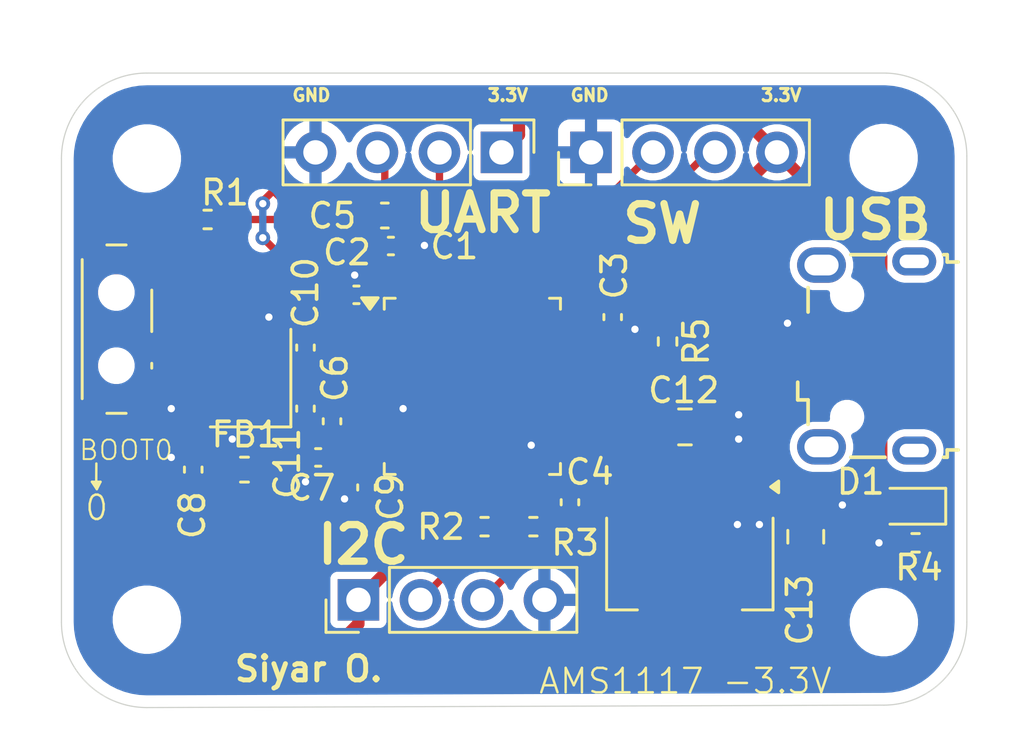
<source format=kicad_pcb>
(kicad_pcb (version 20240108) (generator "pcbnew") (generator_version "8.0")
  (title_block (title "STM32_Blue_pill_USB") (date "2025-02-14") (rev "0.2") (company "Author: Siyar"))
  (layers (0 "F.Cu" signal) (31 "B.Cu" power) (34 "B.Paste" user) (35 "F.Paste" user) (36 "B.SilkS" user "B.Silkscreen") (37 "F.SilkS" user "F.Silkscreen") (38 "B.Mask" user) (39 "F.Mask" user) (44 "Edge.Cuts" user))
  (net 0 "")
  (net 1 "/BOOT0")
  (net 2 "Net-(SW1-B)")
  (net 3 "GND")
  (net 4 "3.3V")
  (net 8 "/SWDIO")
  (net 12 "/HSE_OUT")
  (net 13 "/UART_RX")
  (net 14 "/HSE_IN")
  (net 15 "/USB_D-")
  (net 16 "/UART_TX")
  (net 17 "/SWCLK")
  (net 26 "/I2C_SCL")
  (net 34 "/I2C_SDA")
  (net 37 "/USB_D+")
  (net 42 "/NRST")
  (net 43 "VBUS")
  (net 44 "Net-(D1-K)")
  (net 50 "3.3VA")
  (footprint "Capacitor_SMD:C_0402_1005Metric" (layer "F.Cu") (at 161.52 85.75 180)
    (property "Reference" "C7" (at 0.27 -1.25 0) (layer "F.SilkS"))
    (property "Value" "1u")
    (fp_line (start -0.107836 0.36) (end 0.107836 0.36) (stroke (width 0.12)) (layer "F.SilkS"))
    (fp_line (start -0.107836 -0.36) (end 0.107836 -0.36) (stroke (width 0.12)) (layer "F.SilkS"))
    (pad "1" smd roundrect (at -0.48 0 180) (size 0.56 0.62) (layers "F.Cu" "F.Paste" "F.Mask") (net 4 "3.3V"))
    (pad "2" smd roundrect (at 0.48 0 180) (size 0.56 0.62) (layers "F.Cu" "F.Paste" "F.Mask") (net 3 "GND"))
  )
  (footprint "Package_TO_SOT_SMD:SOT-223-3_TabPin2" (layer "F.Cu") (at 176.75 90.0875 -90)
    (property "Reference" "U2")
    (property "Value" "AMS1117-3.3")
    (fp_line (start -1.85 3.41) (end 1.91 3.41) (stroke (width 0.12)) (layer "F.SilkS"))
    (fp_line (start 1.91 3.41) (end 1.91 2.15) (stroke (width 0.12)) (layer "F.SilkS"))
    (fp_line (start -1.85 -3.41) (end 1.91 -3.41) (stroke (width 0.12)) (layer "F.SilkS"))
    (fp_line (start 1.91 -3.41) (end 1.91 -2.15) (stroke (width 0.12)) (layer "F.SilkS"))
    (fp_poly (pts (xy -3.13 -3.31) (xy -3.37 -3.64) (xy -2.89 -3.64) (xy -3.13 -3.31)) (stroke (width 0.12)) (fill solid) (layer "F.SilkS"))
    (pad "1" smd roundrect (at -3.15 -2.3 270) (size 2 1.5) (layers "F.Cu" "F.Paste" "F.Mask") (net 3 "GND"))
    (pad "2" smd roundrect (at -3.15 0 270) (size 2 1.5) (layers "F.Cu" "F.Paste" "F.Mask") (net 4 "3.3V"))
    (pad "2" smd roundrect (at 3.15 0 270) (size 2 3.8) (layers "F.Cu" "F.Paste" "F.Mask") (net 4 "3.3V"))
    (pad "3" smd roundrect (at -3.15 2.3 270) (size 2 1.5) (layers "F.Cu" "F.Paste" "F.Mask") (net 43 "VBUS"))
  )
  (footprint "Crystal:Crystal_SMD_Abracon_ABM8G-4Pin_3.2x2.5mm" (layer "F.Cu") (at 158.75 82.5 90)
    (property "Reference" "Y2")
    (property "Value" "16MHz")
    (fp_line (start -2 -1.65) (end -2 1.65) (stroke (width 0.12)) (layer "F.SilkS"))
    (fp_line (start -2 1.65) (end 2 1.65) (stroke (width 0.12)) (layer "F.SilkS"))
    (pad "1" smd rect (at -1.1 0.85 90) (size 1.4 1.2) (layers "F.Cu" "F.Paste" "F.Mask") (net 12 "/HSE_OUT"))
    (pad "2" smd rect (at 1.1 0.85 90) (size 1.4 1.2) (layers "F.Cu" "F.Paste" "F.Mask") (net 3 "GND"))
    (pad "3" smd rect (at 1.1 -0.85 90) (size 1.4 1.2) (layers "F.Cu" "F.Paste" "F.Mask") (net 14 "/HSE_IN"))
    (pad "4" smd rect (at -1.1 -0.85 90) (size 1.4 1.2) (layers "F.Cu" "F.Paste" "F.Mask") (net 3 "GND"))
  )
  (footprint "MountingHole:MountingHole_2.2mm_M2" (layer "F.Cu") (at 154.5 92.4)
    (property "Reference" "H1")
    (property "Value" "MountingHole")
    (pad "" np_thru_hole circle (at 0 0) (size 2.2 2.2) (drill 2.2) (layers "*.Cu" "*.Mask"))
  )
  (footprint "Resistor_SMD:R_0402_1005Metric" (layer "F.Cu") (at 175.8375 81 -90)
    (property "Reference" "R5" (at 0 -1.17 90) (layer "F.SilkS"))
    (property "Value" "1k5")
    (fp_line (start -0.153641 0.38) (end 0.153641 0.38) (stroke (width 0.12)) (layer "F.SilkS"))
    (fp_line (start -0.153641 -0.38) (end 0.153641 -0.38) (stroke (width 0.12)) (layer "F.SilkS"))
    (pad "1" smd roundrect (at -0.51 0 270) (size 0.54 0.64) (layers "F.Cu" "F.Paste" "F.Mask") (net 4 "3.3V"))
    (pad "2" smd roundrect (at 0.51 0 270) (size 0.54 0.64) (layers "F.Cu" "F.Paste" "F.Mask") (net 37 "/USB_D+"))
  )
  (footprint "Capacitor_SMD:C_0805_2012Metric" (layer "F.Cu") (at 181.5 89 90)
    (property "Reference" "C13" (at -3 -0.25 90) (layer "F.SilkS"))
    (property "Value" "22u")
    (fp_line (start -0.261252 -0.735) (end 0.261252 -0.735) (stroke (width 0.12)) (layer "F.SilkS"))
    (fp_line (start -0.261252 0.735) (end 0.261252 0.735) (stroke (width 0.12)) (layer "F.SilkS"))
    (pad "1" smd roundrect (at -0.95 0 90) (size 1 1.45) (layers "F.Cu" "F.Paste" "F.Mask") (net 4 "3.3V"))
    (pad "2" smd roundrect (at 0.95 0 90) (size 1 1.45) (layers "F.Cu" "F.Paste" "F.Mask") (net 3 "GND"))
  )
  (footprint "Capacitor_SMD:C_0603_1608Metric" (layer "F.Cu") (at 164.25 75.8375)
    (property "Reference" "C5" (at -2.15 0.0125 0) (layer "F.SilkS"))
    (property "Value" "10u")
    (fp_line (start -0.14058 -0.51) (end 0.14058 -0.51) (stroke (width 0.12)) (layer "F.SilkS"))
    (fp_line (start -0.14058 0.51) (end 0.14058 0.51) (stroke (width 0.12)) (layer "F.SilkS"))
    (pad "1" smd roundrect (at -0.775 0) (size 0.9 0.95) (layers "F.Cu" "F.Paste" "F.Mask") (net 4 "3.3V"))
    (pad "2" smd roundrect (at 0.775 0) (size 0.9 0.95) (layers "F.Cu" "F.Paste" "F.Mask") (net 3 "GND"))
  )
  (footprint "Capacitor_SMD:C_0402_1005Metric" (layer "F.Cu") (at 156.4 86.25 90)
    (property "Reference" "C8" (at -1.8675 -0.0375 90) (layer "F.SilkS"))
    (property "Value" "1u")
    (fp_line (start -0.107836 -0.36) (end 0.107836 -0.36) (stroke (width 0.12)) (layer "F.SilkS"))
    (fp_line (start -0.107836 0.36) (end 0.107836 0.36) (stroke (width 0.12)) (layer "F.SilkS"))
    (pad "1" smd roundrect (at -0.48 0 90) (size 0.56 0.62) (layers "F.Cu" "F.Paste" "F.Mask") (net 50 "3.3VA"))
    (pad "2" smd roundrect (at 0.48 0 90) (size 0.56 0.62) (layers "F.Cu" "F.Paste" "F.Mask") (net 3 "GND"))
  )
  (footprint "Capacitor_SMD:C_0402_1005Metric" (layer "F.Cu") (at 162.0875 84.27 90)
    (property "Reference" "C6" (at 1.77 0.1125 90) (layer "F.SilkS"))
    (property "Value" "10n")
    (fp_line (start -0.107836 -0.36) (end 0.107836 -0.36) (stroke (width 0.12)) (layer "F.SilkS"))
    (fp_line (start -0.107836 0.36) (end 0.107836 0.36) (stroke (width 0.12)) (layer "F.SilkS"))
    (pad "1" smd roundrect (at -0.48 0 90) (size 0.56 0.62) (layers "F.Cu" "F.Paste" "F.Mask") (net 4 "3.3V"))
    (pad "2" smd roundrect (at 0.48 0 90) (size 0.56 0.62) (layers "F.Cu" "F.Paste" "F.Mask") (net 3 "GND"))
  )
  (footprint "Resistor_SMD:R_0402_1005Metric" (layer "F.Cu") (at 170.3375 88.5875 180)
    (property "Reference" "R3" (at -1.7125 -0.6625 0) (layer "F.SilkS"))
    (property "Value" "1k5")
    (fp_line (start -0.153641 0.38) (end 0.153641 0.38) (stroke (width 0.12)) (layer "F.SilkS"))
    (fp_line (start -0.153641 -0.38) (end 0.153641 -0.38) (stroke (width 0.12)) (layer "F.SilkS"))
    (pad "1" smd roundrect (at -0.51 0 180) (size 0.54 0.64) (layers "F.Cu" "F.Paste" "F.Mask") (net 4 "3.3V"))
    (pad "2" smd roundrect (at 0.51 0 180) (size 0.54 0.64) (layers "F.Cu" "F.Paste" "F.Mask") (net 34 "/I2C_SDA"))
  )
  (footprint "Capacitor_SMD:C_0402_1005Metric" (layer "F.Cu") (at 164.5 77.0875)
    (property "Reference" "C1" (at 2.6 0.0125 0) (layer "F.SilkS"))
    (property "Value" "100n")
    (fp_line (start -0.107836 -0.36) (end 0.107836 -0.36) (stroke (width 0.12)) (layer "F.SilkS"))
    (fp_line (start -0.107836 0.36) (end 0.107836 0.36) (stroke (width 0.12)) (layer "F.SilkS"))
    (pad "1" smd roundrect (at -0.48 0) (size 0.56 0.62) (layers "F.Cu" "F.Paste" "F.Mask") (net 4 "3.3V"))
    (pad "2" smd roundrect (at 0.48 0) (size 0.56 0.62) (layers "F.Cu" "F.Paste" "F.Mask") (net 3 "GND"))
  )
  (footprint "Inductor_SMD:L_0603_1608Metric" (layer "F.Cu") (at 158.5 86.25 180)
    (property "Reference" "FB1" (at -0.0575 1.4375 360) (layer "F.SilkS"))
    (property "Value" "220R")
    (fp_line (start -0.162779 0.51) (end 0.162779 0.51) (stroke (width 0.12)) (layer "F.SilkS"))
    (fp_line (start -0.162779 -0.51) (end 0.162779 -0.51) (stroke (width 0.12)) (layer "F.SilkS"))
    (pad "1" smd roundrect (at -0.7875 0 180) (size 0.875 0.95) (layers "F.Cu" "F.Paste" "F.Mask") (net 4 "3.3V"))
    (pad "2" smd roundrect (at 0.7875 0 180) (size 0.875 0.95) (layers "F.Cu" "F.Paste" "F.Mask") (net 50 "3.3VA"))
  )
  (footprint "Package_QFP:LQFP-48_7x7mm_P0.5mm" (layer "F.Cu") (at 167.8375 82.8375)
    (property "Reference" "U1")
    (property "Value" "STM32F103C8Tx")
    (fp_line (start -3.61 -3.61) (end -3.61 -3.16) (stroke (width 0.12)) (layer "F.SilkS"))
    (fp_line (start -3.61 3.61) (end -3.61 3.16) (stroke (width 0.12)) (layer "F.SilkS"))
    (fp_line (start -3.16 -3.61) (end -3.61 -3.61) (stroke (width 0.12)) (layer "F.SilkS"))
    (fp_line (start -3.16 3.61) (end -3.61 3.61) (stroke (width 0.12)) (layer "F.SilkS"))
    (fp_line (start 3.16 -3.61) (end 3.61 -3.61) (stroke (width 0.12)) (layer "F.SilkS"))
    (fp_line (start 3.16 3.61) (end 3.61 3.61) (stroke (width 0.12)) (layer "F.SilkS"))
    (fp_line (start 3.61 -3.61) (end 3.61 -3.16) (stroke (width 0.12)) (layer "F.SilkS"))
    (fp_line (start 3.61 3.61) (end 3.61 3.16) (stroke (width 0.12)) (layer "F.SilkS"))
    (fp_poly (pts (xy -4.2 -3.16) (xy -4.54 -3.63) (xy -3.86 -3.63) (xy -4.2 -3.16)) (stroke (width 0.12)) (fill solid) (layer "F.SilkS"))
    (pad "1" smd roundrect (at -4.1625 -2.75) (size 1.475 0.3) (layers "F.Cu" "F.Paste" "F.Mask") (net 4 "3.3V"))
    (pad "2" smd roundrect (at -4.1625 -2.25) (size 1.475 0.3) (layers "F.Cu" "F.Paste" "F.Mask"))
    (pad "3" smd roundrect (at -4.1625 -1.75) (size 1.475 0.3) (layers "F.Cu" "F.Paste" "F.Mask"))
    (pad "4" smd roundrect (at -4.1625 -1.25) (size 1.475 0.3) (layers "F.Cu" "F.Paste" "F.Mask"))
    (pad "5" smd roundrect (at -4.1625 -0.75) (size 1.475 0.3) (layers "F.Cu" "F.Paste" "F.Mask") (net 14 "/HSE_IN"))
    (pad "6" smd roundrect (at -4.1625 -0.25) (size 1.475 0.3) (layers "F.Cu" "F.Paste" "F.Mask") (net 12 "/HSE_OUT"))
    (pad "7" smd roundrect (at -4.1625 0.25) (size 1.475 0.3) (layers "F.Cu" "F.Paste" "F.Mask") (net 42 "/NRST"))
    (pad "8" smd roundrect (at -4.1625 0.75) (size 1.475 0.3) (layers "F.Cu" "F.Paste" "F.Mask") (net 3 "GND"))
    (pad "9" smd roundrect (at -4.1625 1.25) (size 1.475 0.3) (layers "F.Cu" "F.Paste" "F.Mask") (net 4 "3.3V"))
    (pad "10" smd roundrect (at -4.1625 1.75) (size 1.475 0.3) (layers "F.Cu" "F.Paste" "F.Mask"))
    (pad "11" smd roundrect (at -4.1625 2.25) (size 1.475 0.3) (layers "F.Cu" "F.Paste" "F.Mask"))
    (pad "12" smd roundrect (at -4.1625 2.75) (size 1.475 0.3) (layers "F.Cu" "F.Paste" "F.Mask"))
    (pad "13" smd roundrect (at -2.75 4.1625) (size 0.3 1.475) (layers "F.Cu" "F.Paste" "F.Mask"))
    (pad "14" smd roundrect (at -2.25 4.1625) (size 0.3 1.475) (layers "F.Cu" "F.Paste" "F.Mask"))
    (pad "15" smd roundrect (at -1.75 4.1625) (size 0.3 1.475) (layers "F.Cu" "F.Paste" "F.Mask"))
    (pad "16" smd roundrect (at -1.25 4.1625) (size 0.3 1.475) (layers "F.Cu" "F.Paste" "F.Mask"))
    (pad "17" smd roundrect (at -0.75 4.1625) (size 0.3 1.475) (layers "F.Cu" "F.Paste" "F.Mask"))
    (pad "18" smd roundrect (at -0.25 4.1625) (size 0.3 1.475) (layers "F.Cu" "F.Paste" "F.Mask"))
    (pad "19" smd roundrect (at 0.25 4.1625) (size 0.3 1.475) (layers "F.Cu" "F.Paste" "F.Mask"))
    (pad "20" smd roundrect (at 0.75 4.1625) (size 0.3 1.475) (layers "F.Cu" "F.Paste" "F.Mask"))
    (pad "21" smd roundrect (at 1.25 4.1625) (size 0.3 1.475) (layers "F.Cu" "F.Paste" "F.Mask") (net 26 "/I2C_SCL"))
    (pad "22" smd roundrect (at 1.75 4.1625) (size 0.3 1.475) (layers "F.Cu" "F.Paste" "F.Mask") (net 34 "/I2C_SDA"))
    (pad "23" smd roundrect (at 2.25 4.1625) (size 0.3 1.475) (layers "F.Cu" "F.Paste" "F.Mask") (net 3 "GND"))
    (pad "24" smd roundrect (at 2.75 4.1625) (size 0.3 1.475) (layers "F.Cu" "F.Paste" "F.Mask") (net 4 "3.3V"))
    (pad "25" smd roundrect (at 4.1625 2.75) (size 1.475 0.3) (layers "F.Cu" "F.Paste" "F.Mask"))
    (pad "26" smd roundrect (at 4.1625 2.25) (size 1.475 0.3) (layers "F.Cu" "F.Paste" "F.Mask"))
    (pad "27" smd roundrect (at 4.1625 1.75) (size 1.475 0.3) (layers "F.Cu" "F.Paste" "F.Mask"))
    (pad "28" smd roundrect (at 4.1625 1.25) (size 1.475 0.3) (layers "F.Cu" "F.Paste" "F.Mask"))
    (pad "29" smd roundrect (at 4.1625 0.75) (size 1.475 0.3) (layers "F.Cu" "F.Paste" "F.Mask"))
    (pad "30" smd roundrect (at 4.1625 0.25) (size 1.475 0.3) (layers "F.Cu" "F.Paste" "F.Mask"))
    (pad "31" smd roundrect (at 4.1625 -0.25) (size 1.475 0.3) (layers "F.Cu" "F.Paste" "F.Mask"))
    (pad "32" smd roundrect (at 4.1625 -0.75) (size 1.475 0.3) (layers "F.Cu" "F.Paste" "F.Mask") (net 15 "/USB_D-"))
    (pad "33" smd roundrect (at 4.1625 -1.25) (size 1.475 0.3) (layers "F.Cu" "F.Paste" "F.Mask") (net 37 "/USB_D+"))
    (pad "34" smd roundrect (at 4.1625 -1.75) (size 1.475 0.3) (layers "F.Cu" "F.Paste" "F.Mask") (net 8 "/SWDIO"))
    (pad "35" smd roundrect (at 4.1625 -2.25) (size 1.475 0.3) (layers "F.Cu" "F.Paste" "F.Mask") (net 3 "GND"))
    (pad "36" smd roundrect (at 4.1625 -2.75) (size 1.475 0.3) (layers "F.Cu" "F.Paste" "F.Mask") (net 4 "3.3V"))
    (pad "37" smd roundrect (at 2.75 -4.1625) (size 0.3 1.475) (layers "F.Cu" "F.Paste" "F.Mask") (net 17 "/SWCLK"))
    (pad "38" smd roundrect (at 2.25 -4.1625) (size 0.3 1.475) (layers "F.Cu" "F.Paste" "F.Mask"))
    (pad "39" smd roundrect (at 1.75 -4.1625) (size 0.3 1.475) (layers "F.Cu" "F.Paste" "F.Mask"))
    (pad "40" smd roundrect (at 1.25 -4.1625) (size 0.3 1.475) (layers "F.Cu" "F.Paste" "F.Mask"))
    (pad "41" smd roundrect (at 0.75 -4.1625) (size 0.3 1.475) (layers "F.Cu" "F.Paste" "F.Mask"))
    (pad "42" smd roundrect (at 0.25 -4.1625) (size 0.3 1.475) (layers "F.Cu" "F.Paste" "F.Mask") (net 16 "/UART_TX"))
    (pad "43" smd roundrect (at -0.25 -4.1625) (size 0.3 1.475) (layers "F.Cu" "F.Paste" "F.Mask") (net 13 "/UART_RX"))
    (pad "44" smd roundrect (at -0.75 -4.1625) (size 0.3 1.475) (layers "F.Cu" "F.Paste" "F.Mask") (net 1 "/BOOT0"))
    (pad "45" smd roundrect (at -1.25 -4.1625) (size 0.3 1.475) (layers "F.Cu" "F.Paste" "F.Mask"))
    (pad "46" smd roundrect (at -1.75 -4.1625) (size 0.3 1.475) (layers "F.Cu" "F.Paste" "F.Mask"))
    (pad "47" smd roundrect (at -2.25 -4.1625) (size 0.3 1.475) (layers "F.Cu" "F.Paste" "F.Mask") (net 3 "GND"))
    (pad "48" smd roundrect (at -2.75 -4.1625) (size 0.3 1.475) (layers "F.Cu" "F.Paste" "F.Mask") (net 4 "3.3V"))
  )
  (footprint "Capacitor_SMD:C_0402_1005Metric" (layer "F.Cu") (at 161 83.75 90)
    (property "Reference" "C11" (at -2.25 -0.75 90) (layer "F.SilkS"))
    (property "Value" "10p")
    (fp_line (start -0.107836 -0.36) (end 0.107836 -0.36) (stroke (width 0.12)) (layer "F.SilkS"))
    (fp_line (start -0.107836 0.36) (end 0.107836 0.36) (stroke (width 0.12)) (layer "F.SilkS"))
    (pad "1" smd roundrect (at -0.48 0 90) (size 0.56 0.62) (layers "F.Cu" "F.Paste" "F.Mask") (net 3 "GND"))
    (pad "2" smd roundrect (at 0.48 0 90) (size 0.56 0.62) (layers "F.Cu" "F.Paste" "F.Mask") (net 12 "/HSE_OUT"))
  )
  (footprint "Capacitor_SMD:C_0402_1005Metric" (layer "F.Cu") (at 173.5875 80 -90)
    (property "Reference" "C3" (at -1.7 -0.0625 90) (layer "F.SilkS"))
    (property "Value" "100n")
    (fp_line (start -0.107836 0.36) (end 0.107836 0.36) (stroke (width 0.12)) (layer "F.SilkS"))
    (fp_line (start -0.107836 -0.36) (end 0.107836 -0.36) (stroke (width 0.12)) (layer "F.SilkS"))
    (pad "1" smd roundrect (at -0.48 0 270) (size 0.56 0.62) (layers "F.Cu" "F.Paste" "F.Mask") (net 4 "3.3V"))
    (pad "2" smd roundrect (at 0.48 0 270) (size 0.56 0.62) (layers "F.Cu" "F.Paste" "F.Mask") (net 3 "GND"))
  )
  (footprint "Resistor_SMD:R_0402_1005Metric" (layer "F.Cu") (at 168.3375 88.5875)
    (property "Reference" "R2" (at -1.7875 0.0125 0) (layer "F.SilkS"))
    (property "Value" "1k5")
    (fp_line (start -0.153641 -0.38) (end 0.153641 -0.38) (stroke (width 0.12)) (layer "F.SilkS"))
    (fp_line (start -0.153641 0.38) (end 0.153641 0.38) (stroke (width 0.12)) (layer "F.SilkS"))
    (pad "1" smd roundrect (at -0.51 0) (size 0.54 0.64) (layers "F.Cu" "F.Paste" "F.Mask") (net 4 "3.3V"))
    (pad "2" smd roundrect (at 0.51 0) (size 0.54 0.64) (layers "F.Cu" "F.Paste" "F.Mask") (net 26 "/I2C_SCL"))
  )
  (footprint "MountingHole:MountingHole_2.2mm_M2" (layer "F.Cu") (at 154.5 73.5)
    (property "Reference" "H2")
    (property "Value" "MountingHole")
    (pad "" np_thru_hole circle (at 0 0) (size 2.2 2.2) (drill 2.2) (layers "*.Cu" "*.Mask"))
  )
  (footprint "Connector_PinHeader_2.54mm:PinHeader_1x04_P2.54mm_Vertical" (layer "F.Cu") (at 163.17 91.5875 90)
    (property "Reference" "J1")
    (property "Value" "Conn_01x04_Pin")
    (fp_line (start -1.33 -1.33) (end 0 -1.33) (stroke (width 0.12)) (layer "F.SilkS"))
    (fp_line (start -1.33 0) (end -1.33 -1.33) (stroke (width 0.12)) (layer "F.SilkS"))
    (fp_line (start 1.33 1.27) (end 1.33 8.95) (stroke (width 0.12)) (layer "F.SilkS"))
    (fp_line (start -1.33 1.27) (end 1.33 1.27) (stroke (width 0.12)) (layer "F.SilkS"))
    (fp_line (start -1.33 1.27) (end -1.33 8.95) (stroke (width 0.12)) (layer "F.SilkS"))
    (fp_line (start -1.33 8.95) (end 1.33 8.95) (stroke (width 0.12)) (layer "F.SilkS"))
    (pad "1" thru_hole rect (at 0 0 90) (size 1.7 1.7) (drill 1) (layers "*.Cu" "*.Mask") (net 4 "3.3V"))
    (pad "2" thru_hole oval (at 0 2.54 90) (size 1.7 1.7) (drill 1) (layers "*.Cu" "*.Mask") (net 26 "/I2C_SCL"))
    (pad "3" thru_hole oval (at 0 5.08 90) (size 1.7 1.7) (drill 1) (layers "*.Cu" "*.Mask") (net 34 "/I2C_SDA"))
    (pad "4" thru_hole oval (at 0 7.62 90) (size 1.7 1.7) (drill 1) (layers "*.Cu" "*.Mask") (net 3 "GND"))
  )
  (footprint "Capacitor_SMD:C_0402_1005Metric" (layer "F.Cu") (at 171.8375 87.5875 90)
    (property "Reference" "C4" (at 1.2375 0.8125 180) (layer "F.SilkS"))
    (property "Value" "100n")
    (fp_line (start -0.107836 -0.36) (end 0.107836 -0.36) (stroke (width 0.12)) (layer "F.SilkS"))
    (fp_line (start -0.107836 0.36) (end 0.107836 0.36) (stroke (width 0.12)) (layer "F.SilkS"))
    (pad "1" smd roundrect (at -0.48 0 90) (size 0.56 0.62) (layers "F.Cu" "F.Paste" "F.Mask") (net 4 "3.3V"))
    (pad "2" smd roundrect (at 0.48 0 90) (size 0.56 0.62) (layers "F.Cu" "F.Paste" "F.Mask") (net 3 "GND"))
  )
  (footprint "MountingHole:MountingHole_2.2mm_M2" (layer "F.Cu") (at 184.69 73.48)
    (property "Reference" "H3")
    (property "Value" "MountingHole")
    (pad "" np_thru_hole circle (at 0 0) (size 2.2 2.2) (drill 2.2) (layers "*.Cu" "*.Mask"))
  )
  (footprint "Resistor_SMD:R_0402_1005Metric" (layer "F.Cu") (at 156.99 76)
    (property "Reference" "R1" (at 0.71 -1.1 0) (layer "F.SilkS"))
    (property "Value" "10k")
    (fp_line (start -0.153641 -0.38) (end 0.153641 -0.38) (stroke (width 0.12)) (layer "F.SilkS"))
    (fp_line (start -0.153641 0.38) (end 0.153641 0.38) (stroke (width 0.12)) (layer "F.SilkS"))
    (pad "1" smd roundrect (at -0.51 0) (size 0.54 0.64) (layers "F.Cu" "F.Paste" "F.Mask") (net 2 "Net-(SW1-B)"))
    (pad "2" smd roundrect (at 0.51 0) (size 0.54 0.64) (layers "F.Cu" "F.Paste" "F.Mask") (net 1 "/BOOT0"))
  )
  (footprint "Capacitor_SMD:C_0805_2012Metric" (layer "F.Cu") (at 176.55 84.5)
    (property "Reference" "C12" (at -0.05 -1.5 0) (layer "F.SilkS"))
    (property "Value" "22u")
    (fp_line (start -0.261252 -0.735) (end 0.261252 -0.735) (stroke (width 0.12)) (layer "F.SilkS"))
    (fp_line (start -0.261252 0.735) (end 0.261252 0.735) (stroke (width 0.12)) (layer "F.SilkS"))
    (pad "1" smd roundrect (at -0.95 0) (size 1 1.45) (layers "F.Cu" "F.Paste" "F.Mask") (net 43 "VBUS"))
    (pad "2" smd roundrect (at 0.95 0) (size 1 1.45) (layers "F.Cu" "F.Paste" "F.Mask") (net 3 "GND"))
  )
  (footprint "LED_SMD:LED_0603_1608Metric" (layer "F.Cu") (at 185.75 87.75 180)
    (property "Reference" "D1" (at 2 1 0) (layer "F.SilkS"))
    (property "Value" "RED")
    (fp_line (start 0.8 -0.735) (end -1.485 -0.735) (stroke (width 0.12)) (layer "F.SilkS"))
    (fp_line (start -1.485 0.735) (end 0.8 0.735) (stroke (width 0.12)) (layer "F.SilkS"))
    (fp_line (start -1.485 -0.735) (end -1.485 0.735) (stroke (width 0.12)) (layer "F.SilkS"))
    (pad "1" smd roundrect (at -0.7875 0 180) (size 0.875 0.95) (layers "F.Cu" "F.Paste" "F.Mask") (net 44 "Net-(D1-K)"))
    (pad "2" smd roundrect (at 0.7875 0 180) (size 0.875 0.95) (layers "F.Cu" "F.Paste" "F.Mask") (net 4 "3.3V"))
  )
  (footprint "Capacitor_SMD:C_0402_1005Metric" (layer "F.Cu") (at 163.0875 79.0875)
    (property "Reference" "C2" (at -0.3875 -1.7375 0) (layer "F.SilkS"))
    (property "Value" "100n")
    (fp_line (start -0.107836 -0.36) (end 0.107836 -0.36) (stroke (width 0.12)) (layer "F.SilkS"))
    (fp_line (start -0.107836 0.36) (end 0.107836 0.36) (stroke (width 0.12)) (layer "F.SilkS"))
    (pad "1" smd roundrect (at -0.48 0) (size 0.56 0.62) (layers "F.Cu" "F.Paste" "F.Mask") (net 4 "3.3V"))
    (pad "2" smd roundrect (at 0.48 0) (size 0.56 0.62) (layers "F.Cu" "F.Paste" "F.Mask") (net 3 "GND"))
  )
  (footprint "Button_Switch_SMD:SW_SPDT_PCM12" (layer "F.Cu") (at 153.58 80.4925 -90)
    (property "Reference" "SW1")
    (property "Value" "SW_SPDT")
    (fp_line (start -2.85 1.73) (end 2.85 1.73) (stroke (width 0.12)) (layer "F.SilkS"))
    (fp_line (start 3.45 0.72) (end 3.45 -0.07) (stroke (width 0.12)) (layer "F.SilkS"))
    (fp_line (start -3.45 -0.07) (end -3.45 0.72) (stroke (width 0.12)) (layer "F.SilkS"))
    (fp_line (start -1.6 -1.12) (end 0.1 -1.12) (stroke (width 0.12)) (layer "F.SilkS"))
    (fp_line (start 1.4 -1.12) (end 1.6 -1.12) (stroke (width 0.12)) (layer "F.SilkS"))
    (pad "" smd rect (at -3.65 -0.78 270) (size 1 0.8) (layers "F.Cu" "F.Paste" "F.Mask"))
    (pad "" smd rect (at -3.65 1.43 270) (size 1 0.8) (layers "F.Cu" "F.Paste" "F.Mask"))
    (pad "" np_thru_hole circle (at -1.5 0.33 270) (size 0.9 0.9) (drill 0.9) (layers "*.Cu" "*.Mask"))
    (pad "" np_thru_hole circle (at 1.5 0.33 270) (size 0.9 0.9) (drill 0.9) (layers "*.Cu" "*.Mask"))
    (pad "" smd rect (at 3.65 -0.78 270) (size 1 0.8) (layers "F.Cu" "F.Paste" "F.Mask"))
    (pad "" smd rect (at 3.65 1.43 270) (size 1 0.8) (layers "F.Cu" "F.Paste" "F.Mask"))
    (pad "1" smd rect (at -2.25 -1.43 270) (size 0.7 1.5) (layers "F.Cu" "F.Paste" "F.Mask") (net 4 "3.3V"))
    (pad "2" smd rect (at 0.75 -1.43 270) (size 0.7 1.5) (layers "F.Cu" "F.Paste" "F.Mask") (net 2 "Net-(SW1-B)"))
    (pad "3" smd rect (at 2.25 -1.43 270) (size 0.7 1.5) (layers "F.Cu" "F.Paste" "F.Mask") (net 3 "GND"))
  )
  (footprint "Connector_USB:USB_Micro-B_Wuerth_629105150521" (layer "F.Cu") (at 183.995 81.5925 90)
    (property "Reference" "J4")
    (property "Value" "USB_B_Micro")
    (fp_line (start -1.075 -2.825) (end -1.8 -2.825) (stroke (width 0.15)) (layer "F.SilkS"))
    (fp_line (start -1.8 -2.825) (end -1.8 -2.4) (stroke (width 0.15)) (layer "F.SilkS"))
    (fp_line (start 1.8 -2.4) (end 2.8 -2.4) (stroke (width 0.15)) (layer "F.SilkS"))
    (fp_line (start -1.8 -2.4) (end -2.8 -2.4) (stroke (width 0.15)) (layer "F.SilkS"))
    (fp_line (start -4.15 -0.65) (end -4.15 0.75) (stroke (width 0.15)) (layer "F.SilkS"))
    (fp_line (start 4.15 0.75) (end 4.15 -0.65) (stroke (width 0.15)) (layer "F.SilkS"))
    (fp_line (start -4.15 3.15) (end -4.15 3.3) (stroke (width 0.15)) (layer "F.SilkS"))
    (fp_line (start 4.15 3.3) (end 4.15 3.15) (stroke (width 0.15)) (layer "F.SilkS"))
    (fp_line (start 3.85 3.3) (end 4.15 3.3) (stroke (width 0.15)) (layer "F.SilkS"))
    (fp_line (start -3.85 3.3) (end -3.85 3.75) (stroke (width 0.15)) (layer "F.SilkS"))
    (fp_line (start -4.15 3.3) (end -3.85 3.3) (stroke (width 0.15)) (layer "F.SilkS"))
    (fp_line (start 3.85 3.75) (end 3.85 3.3) (stroke (width 0.15)) (layer "F.SilkS"))
    (pad "" np_thru_hole oval (at -2.5 -0.8 90) (size 0.8 0.8) (drill 0.8) (layers "*.Cu" "*.Mask"))
    (pad "" np_thru_hole oval (at 2.5 -0.8 90) (size 0.8 0.8) (drill 0.8) (layers "*.Cu" "*.Mask"))
    (pad "1" smd rect (at -1.3 -1.9 90) (size 0.45 1.3) (layers "F.Cu" "F.Paste" "F.Mask") (net 43 "VBUS"))
    (pad "2" smd rect (at -0.65 -1.9 90) (size 0.45 1.3) (layers "F.Cu" "F.Paste" "F.Mask") (net 15 "/USB_D-"))
    (pad "3" smd rect (at 0 -1.9 90) (size 0.45 1.3) (layers "F.Cu" "F.Paste" "F.Mask") (net 37 "/USB_D+"))
    (pad "4" smd rect (at 0.65 -1.9 90) (size 0.45 1.3) (layers "F.Cu" "F.Paste" "F.Mask"))
    (pad "5" smd rect (at 1.3 -1.9 90) (size 0.45 1.3) (layers "F.Cu" "F.Paste" "F.Mask") (net 3 "GND"))
    (pad "6" thru_hole oval (at -3.875 1.95 90) (size 1.15 1.8) (drill oval 0.55 1.2) (property pad_prop_heatsink) (layers "*.Cu" "*.Mask"))
    (pad "6" thru_hole oval (at -3.725 -1.85 90) (size 1.45 2) (drill oval 0.85 1.4) (property pad_prop_heatsink) (layers "*.Cu" "*.Mask"))
    (pad "6" thru_hole oval (at 3.725 -1.85 90) (size 1.45 2) (drill oval 0.85 1.4) (property pad_prop_heatsink) (layers "*.Cu" "*.Mask"))
    (pad "6" thru_hole oval (at 3.875 1.95 90) (size 1.15 1.8) (drill oval 0.55 1.2) (property pad_prop_heatsink) (layers "*.Cu" "*.Mask"))
  )
  (footprint "Capacitor_SMD:C_0402_1005Metric" (layer "F.Cu") (at 163.5 86.98 -90)
    (property "Reference" "C9" (at 0.39 -0.98 90) (layer "F.SilkS"))
    (property "Value" "100n")
    (fp_line (start -0.107836 0.36) (end 0.107836 0.36) (stroke (width 0.12)) (layer "F.SilkS"))
    (fp_line (start -0.107836 -0.36) (end 0.107836 -0.36) (stroke (width 0.12)) (layer "F.SilkS"))
    (pad "1" smd roundrect (at -0.48 0 270) (size 0.56 0.62) (layers "F.Cu" "F.Paste" "F.Mask") (net 42 "/NRST"))
    (pad "2" smd roundrect (at 0.48 0 270) (size 0.56 0.62) (layers "F.Cu" "F.Paste" "F.Mask") (net 3 "GND"))
  )
  (footprint "Connector_PinHeader_2.54mm:PinHeader_1x04_P2.54mm_Vertical" (layer "F.Cu") (at 169.03 73.25 -90)
    (property "Reference" "J2")
    (property "Value" "Conn_01x04_Pin")
    (fp_line (start -1.33 8.95) (end 1.33 8.95) (stroke (width 0.12)) (layer "F.SilkS"))
    (fp_line (start -1.33 1.27) (end -1.33 8.95) (stroke (width 0.12)) (layer "F.SilkS"))
    (fp_line (start -1.33 1.27) (end 1.33 1.27) (stroke (width 0.12)) (layer "F.SilkS"))
    (fp_line (start 1.33 1.27) (end 1.33 8.95) (stroke (width 0.12)) (layer "F.SilkS"))
    (fp_line (start -1.33 0) (end -1.33 -1.33) (stroke (width 0.12)) (layer "F.SilkS"))
    (fp_line (start -1.33 -1.33) (end 0 -1.33) (stroke (width 0.12)) (layer "F.SilkS"))
    (pad "1" thru_hole rect (at 0 0 270) (size 1.7 1.7) (drill 1) (layers "*.Cu" "*.Mask") (net 4 "3.3V"))
    (pad "2" thru_hole oval (at 0 2.54 270) (size 1.7 1.7) (drill 1) (layers "*.Cu" "*.Mask") (net 16 "/UART_TX"))
    (pad "3" thru_hole oval (at 0 5.08 270) (size 1.7 1.7) (drill 1) (layers "*.Cu" "*.Mask") (net 13 "/UART_RX"))
    (pad "4" thru_hole oval (at 0 7.62 270) (size 1.7 1.7) (drill 1) (layers "*.Cu" "*.Mask") (net 3 "GND"))
  )
  (footprint "Resistor_SMD:R_0402_1005Metric" (layer "F.Cu") (at 186 89.25 180)
    (property "Reference" "R4" (at -0.14 -1.02 0) (layer "F.SilkS"))
    (property "Value" "1k5")
    (fp_line (start -0.153641 0.38) (end 0.153641 0.38) (stroke (width 0.12)) (layer "F.SilkS"))
    (fp_line (start -0.153641 -0.38) (end 0.153641 -0.38) (stroke (width 0.12)) (layer "F.SilkS"))
    (pad "1" smd roundrect (at -0.51 0 180) (size 0.54 0.64) (layers "F.Cu" "F.Paste" "F.Mask") (net 44 "Net-(D1-K)"))
    (pad "2" smd roundrect (at 0.51 0 180) (size 0.54 0.64) (layers "F.Cu" "F.Paste" "F.Mask") (net 3 "GND"))
  )
  (footprint "Connector_PinHeader_2.54mm:PinHeader_1x04_P2.54mm_Vertical" (layer "F.Cu") (at 172.7 73.25 90)
    (property "Reference" "J3")
    (property "Value" "Conn_01x04_Pin")
    (fp_line (start -1.33 -1.33) (end 0 -1.33) (stroke (width 0.12)) (layer "F.SilkS"))
    (fp_line (start -1.33 0) (end -1.33 -1.33) (stroke (width 0.12)) (layer "F.SilkS"))
    (fp_line (start 1.33 1.27) (end 1.33 8.95) (stroke (width 0.12)) (layer "F.SilkS"))
    (fp_line (start -1.33 1.27) (end 1.33 1.27) (stroke (width 0.12)) (layer "F.SilkS"))
    (fp_line (start -1.33 1.27) (end -1.33 8.95) (stroke (width 0.12)) (layer "F.SilkS"))
    (fp_line (start -1.33 8.95) (end 1.33 8.95) (stroke (width 0.12)) (layer "F.SilkS"))
    (pad "1" thru_hole rect (at 0 0 90) (size 1.7 1.7) (drill 1) (layers "*.Cu" "*.Mask") (net 3 "GND"))
    (pad "2" thru_hole oval (at 0 2.54 90) (size 1.7 1.7) (drill 1) (layers "*.Cu" "*.Mask") (net 17 "/SWCLK"))
    (pad "3" thru_hole oval (at 0 5.08 90) (size 1.7 1.7) (drill 1) (layers "*.Cu" "*.Mask") (net 8 "/SWDIO"))
    (pad "4" thru_hole oval (at 0 7.62 90) (size 1.7 1.7) (drill 1) (layers "*.Cu" "*.Mask") (net 4 "3.3V"))
  )
  (footprint "Capacitor_SMD:C_0402_1005Metric" (layer "F.Cu") (at 161 81.25 -90)
    (property "Reference" "C10" (at -2.25 0 90) (layer "F.SilkS"))
    (property "Value" "10p")
    (fp_line (start -0.107836 0.36) (end 0.107836 0.36) (stroke (width 0.12)) (layer "F.SilkS"))
    (fp_line (start -0.107836 -0.36) (end 0.107836 -0.36) (stroke (width 0.12)) (layer "F.SilkS"))
    (pad "1" smd roundrect (at -0.48 0 270) (size 0.56 0.62) (layers "F.Cu" "F.Paste" "F.Mask") (net 3 "GND"))
    (pad "2" smd roundrect (at 0.48 0 270) (size 0.56 0.62) (layers "F.Cu" "F.Paste" "F.Mask") (net 14 "/HSE_IN"))
  )
  (footprint "MountingHole:MountingHole_2.2mm_M2" (layer "F.Cu") (at 184.7 92.5)
    (property "Reference" "H4")
    (property "Value" "MountingHole")
    (pad "" np_thru_hole circle (at 0 0) (size 2.2 2.2) (drill 2.2) (layers "*.Cu" "*.Mask"))
  )
  (gr_line (start 152.33 86.8) (end 152.42 86.94) (stroke (width 0.1)) (layer "F.SilkS"))
  (gr_line (start 152.43 86) (end 152.425 86.75) (stroke (width 0.1)) (layer "F.SilkS"))
  (gr_line (start 152.45 87.05) (end 152.6 86.75) (stroke (width 0.1)) (layer "F.SilkS"))
  (gr_line (start 152.42 86.94) (end 152.47 86.85) (stroke (width 0.1)) (layer "F.SilkS"))
  (gr_line (start 152.6 86.75) (end 152.25 86.75) (stroke (width 0.1)) (layer "F.SilkS"))
  (gr_line (start 152.25 86.75) (end 152.45 87.05) (stroke (width 0.1)) (layer "F.SilkS"))
  (gr_line (start 152.52 86.8) (end 152.33 86.8) (stroke (width 0.1)) (layer "F.SilkS"))
  (gr_line (start 188.1 73.4) (end 188.1 92.5) (stroke (width 0.05)) (layer "Edge.Cuts"))
  (gr_arc (start 154.5 96) (mid 152.025126 94.974874) (end 151 92.5) (stroke (width 0.05)) (layer "Edge.Cuts"))
  (gr_arc (start 184.799957 70.00147) (mid 187.139247 71.031441) (end 188.1 73.4) (stroke (width 0.05)) (layer "Edge.Cuts"))
  (gr_line (start 151 92.5) (end 151 73.5) (stroke (width 0.05)) (layer "Edge.Cuts"))
  (gr_arc (start 151 73.5) (mid 152.025126 71.025126) (end 154.5 70) (stroke (width 0.05)) (layer "Edge.Cuts"))
  (gr_arc (start 188.1 92.5) (mid 187.104163 94.904163) (end 184.7 95.9) (stroke (width 0.05)) (layer "Edge.Cuts"))
  (gr_line (start 184.7 95.9) (end 154.5 96) (stroke (width 0.05)) (layer "Edge.Cuts"))
  (gr_line (start 154.5 70) (end 184.8 70) (stroke (width 0.05)) (layer "Edge.Cuts"))
  (gr_text "I2C" (at 161.35 90.2 0) (layer "F.SilkS") (effects (font (size 1.5 1.5) (thickness 0.3) (bold yes)) (justify left bottom)))
  (gr_text "SW" (at 173.85 77.05 0) (layer "F.SilkS") (effects (font (size 1.5 1.5) (thickness 0.3) (bold yes)) (justify left bottom)))
  (gr_text "GND\n" (at 160.4 71.2 0) (layer "F.SilkS") (effects (font (size 0.5 0.5) (thickness 0.125) (bold yes)) (justify left bottom)))
  (gr_text "AMS1117 -3.3V" (at 170.5 95.5 0) (layer "F.SilkS") (effects (font (size 1 1) (thickness 0.1)) (justify left bottom)))
  (gr_text "3.3V\n" (at 168.4 71.2 0) (layer "F.SilkS") (effects (font (size 0.5 0.5) (thickness 0.125) (bold yes)) (justify left bottom)))
  (gr_text "BOOT0\n" (at 151.67 85.92 0) (layer "F.SilkS") (effects (font (size 0.8 0.8) (thickness 0.08)) (justify left bottom)))
  (gr_text "3.3V\n" (at 179.6 71.2 0) (layer "F.SilkS") (effects (font (size 0.5 0.5) (thickness 0.125) (bold yes)) (justify left bottom)))
  (gr_text "UART" (at 165.32 76.61 0) (layer "F.SilkS") (effects (font (size 1.5 1.5) (thickness 0.3) (bold yes)) (justify left bottom)))
  (gr_text "Siyar O.\n" (at 158 95 0) (layer "F.SilkS") (effects (font (size 1 1) (thickness 0.2) (bold yes)) (justify left bottom)))
  (gr_text "USB" (at 181.9 76.9 0) (layer "F.SilkS") (effects (font (size 1.5 1.5) (thickness 0.3) (bold yes)) (justify left bottom)))
  (gr_text "0" (at 151.9 88.4 0) (layer "F.SilkS") (effects (font (size 1 1) (thickness 0.1)) (justify left bottom)))
  (gr_text "GND\n" (at 171.8 71.2 0) (layer "F.SilkS") (effects (font (size 0.5 0.5) (thickness 0.125) (bold yes)) (justify left bottom)))
  (segment (start 161.75 76) (end 157.5 76) (width 0.3) (layer "F.Cu") (net 1))
  (segment (start 164.5875 78.8375) (end 161.75 76) (width 0.3) (layer "F.Cu") (net 1))
  (segment (start 167.0875 78.675) (end 167.0875 79.51562) (width 0.3) (layer "F.Cu") (net 1))
  (segment (start 166.84062 79.7625) (end 164.83438 79.7625) (width 0.3) (layer "F.Cu") (net 1))
  (segment (start 164.83438 79.7625) (end 164.5875 79.51562) (width 0.3) (layer "F.Cu") (net 1))
  (segment (start 164.5875 79.51562) (end 164.5875 78.8375) (width 0.3) (layer "F.Cu") (net 1))
  (segment (start 167.0875 79.51562) (end 166.84062 79.7625) (width 0.3) (layer "F.Cu") (net 1))
  (segment (start 156.11 76.64) (end 156.48 76.27) (width 0.3) (layer "F.Cu") (net 2))
  (segment (start 156.48 76.27) (end 156.48 76) (width 0.3) (layer "F.Cu") (net 2))
  (segment (start 155.01 81.2425) (end 156.11 80.1425) (width 0.3) (layer "F.Cu") (net 2))
  (segment (start 156.11 80.1425) (end 156.11 76.64) (width 0.3) (layer "F.Cu") (net 2))
  (segment (start 164.98 77.0875) (end 165.84945 77.0875) (width 0.3) (layer "F.Cu") (net 3))
  (segment (start 164.98 77.0875) (end 164.98 75.8825) (width 0.3) (layer "F.Cu") (net 3))
  (segment (start 182.095 80.2925) (end 180.7925 80.2925) (width 0.3) (layer "F.Cu") (net 3))
  (segment (start 156.4 85.77) (end 155.52 85.77) (width 0.5) (layer "F.Cu") (net 3))
  (segment (start 159.6 80.1) (end 159.5 80) (width 0.5) (layer "F.Cu") (net 3))
  (segment (start 170.922499 85.9125) (end 171.8375 86.827501) (width 0.3) (layer "F.Cu") (net 3))
  (segment (start 185.49 89.25) (end 184.5 89.25) (width 0.3) (layer "F.Cu") (net 3))
  (segment (start 157.9 84.9) (end 158 85) (width 0.5) (layer "F.Cu") (net 3))
  (segment (start 155.01 82.7425) (end 155.5 83.2325) (width 0.5) (layer "F.Cu") (net 3))
  (segment (start 155.52 85.77) (end 155.5 85.75) (width 0.5) (layer "F.Cu") (net 3))
  (segment (start 170.25 85.99688) (end 170.25 85.25) (width 0.3) (layer "F.Cu") (net 3))
  (segment (start 162.61 87.46) (end 162.6 87.45) (width 0.5) (layer "F.Cu") (net 3))
  (segment (start 161 80.77) (end 160.23 80.77) (width 0.5) (layer "F.Cu") (net 3))
  (segment (start 174.48 80.48) (end 174.5 80.5) (width 0.3) (layer "F.Cu") (net 3))
  (segment (start 170.33438 85.9125) (end 170.922499 85.9125) (width 0.3) (layer "F.Cu") (net 3))
  (segment (start 160.23 85) (end 158 85) (width 0.5) (layer "F.Cu") (net 3))
  (segment (start 172 80.5875) (end 173.48 80.5875) (width 0.3) (layer "F.Cu") (net 3))
  (segment (start 157.9 83.6) (end 157.9 84.9) (width 0.5) (layer "F.Cu") (net 3))
  (segment (start 161.04 86.71) (end 161 86.75) (width 0.5) (layer "F.Cu") (net 3))
  (segment (start 170.0875 86.15938) (end 170.25 85.99688) (width 0.3) (layer "F.Cu") (net 3))
  (segment (start 163.5 87.46) (end 162.61 87.46) (width 0.5) (layer "F.Cu") (net 3))
  (segment (start 165.84945 77.0875) (end 165.8739 77.06305) (width 0.3) (layer "F.Cu") (net 3))
  (segment (start 159.6 81.4) (end 159.6 80.1) (width 0.5) (layer "F.Cu") (net 3))
  (segment (start 163.675 83.5875) (end 164.8375 83.5875) (width 0.3) (layer "F.Cu") (net 3))
  (segment (start 173.5875 80.48) (end 174.48 80.48) (width 0.3) (layer "F.Cu") (net 3))
  (segment (start 163.5675 78.830626) (end 163.015627 78.278753) (width 0.5) (layer "F.Cu") (net 3))
  (segment (start 165.5875 77.695) (end 164.98 77.0875) (width 0.3) (layer "F.Cu") (net 3))
  (segment (start 164.98 75.8825) (end 165.025 75.8375) (width 0.3) (layer "F.Cu") (net 3))
  (segment (start 163.5675 79.0875) (end 163.5675 78.830626) (width 0.5) (layer "F.Cu") (net 3))
  (segment (start 163.675 83.5875) (end 162.29 83.5875) (width 0.3) (layer "F.Cu") (net 3))
  (segment (start 164.8375 83.5875) (end 165 83.75) (width 0.3) (layer "F.Cu") (net 3))
  (segment (start 161 84.23) (end 160.23 85) (width 0.5) (layer "F.Cu") (net 3))
  (segment (start 160.23 80.77) (end 159.6 81.4) (width 0.5) (layer "F.Cu") (net 3))
  (segment (start 171.8375 86.827501) (end 171.8375 87.1075) (width 0.3) (layer "F.Cu") (net 3))
  (segment (start 170.0875 87) (end 170.0875 86.15938) (width 0.3) (layer "F.Cu") (net 3))
  (segment (start 161.04 85.75) (end 161.04 86.71) (width 0.5) (layer "F.Cu") (net 3))
  (segment (start 165.5875 78.675) (end 165.5875 77.695) (width 0.3) (layer "F.Cu") (net 3))
  (segment (start 173.48 80.5875) (end 173.5875 80.48) (width 0.3) (layer "F.Cu") (net 3))
  (segment (start 155.5 83.2325) (end 155.5 83.75) (width 0.5) (layer "F.Cu") (net 3))
  (segment (start 170.0875 86.15938) (end 170.33438 85.9125) (width 0.3) (layer "F.Cu") (net 3))
  (segment (start 162.29 83.5875) (end 162.0875 83.79) (width 0.3) (layer "F.Cu") (net 3))
  (via (at 158 85) (size 0.6) (drill 0.3) (layers "F.Cu" "B.Cu") (net 3))
  (via (at 165 83.75) (size 0.7) (drill 0.3) (layers "F.Cu" "B.Cu") (net 3))
  (via (at 159.5 80) (size 0.6) (drill 0.3) (layers "F.Cu" "B.Cu") (net 3))
  (via (at 155.5 85.75) (size 0.6) (drill 0.3) (layers "F.Cu" "B.Cu") (net 3))
  (via (at 170.25 85.25) (size 0.7) (drill 0.3) (layers "F.Cu" "B.Cu") (net 3))
  (via (at 161 86.75) (size 0.6) (drill 0.3) (layers "F.Cu" "B.Cu") (net 3))
  (via (at 178.75 84) (size 0.7) (drill 0.3) (layers "F.Cu" "B.Cu") (net 3))
  (via (at 178.75 85) (size 0.7) (drill 0.3) (layers "F.Cu" "B.Cu") (net 3))
  (via (at 183 87.7) (size 0.7) (drill 0.3) (layers "F.Cu" "B.Cu") (net 3))
  (via (at 184.5 89.25) (size 0.7) (drill 0.3) (layers "F.Cu" "B.Cu") (net 3))
  (via (at 163.015627 78.278753) (size 0.7) (drill 0.3) (layers "F.Cu" "B.Cu") (net 3))
  (via (at 174.5 80.5) (size 0.7) (drill 0.3) (layers "F.Cu" "B.Cu") (net 3))
  (via (at 165.8739 77.06305) (size 0.7) (drill 0.3) (layers "F.Cu" "B.Cu") (net 3))
  (via (at 178.7 88.5) (size 0.7) (drill 0.3) (layers "F.Cu" "B.Cu") (net 3))
  (via (at 162.6 87.45) (size 0.7) (drill 0.3) (layers "F.Cu" "B.Cu") (net 3))
  (via (at 179.6 88.5) (size 0.7) (drill 0.3) (layers "F.Cu" "B.Cu") (net 3))
  (via (at 155.5 83.75) (size 0.7) (drill 0.3) (layers "F.Cu" "B.Cu") (net 3))
  (via (at 180.75 80.25) (size 0.7) (drill 0.3) (layers "F.Cu" "B.Cu") (net 3))
  (segment (start 162.17188 84.75) (end 162.83438 84.0875) (width 0.3) (layer "F.Cu") (net 4))
  (segment (start 159.75 74.75) (end 160.4 75.4) (width 0.5) (layer "F.Cu") (net 4))
  (segment (start 152.835786 77.9925) (end 154.76 77.9925) (width 0.5) (layer "F.Cu") (net 4))
  (segment (start 170.8475 88.375) (end 171.155 88.0675) (width 0.3) (layer "F.Cu") (net 4))
  (segment (start 162 84.8375) (end 162.0875 84.75) (width 0.3) (layer "F.Cu") (net 4))
  (segment (start 172.6625 80.0875) (end 173.23 79.52) (width 0.3) (layer "F.Cu") (net 4))
  (segment (start 180.32 73.25) (end 178.32 71.25) (width 0.5) (layer "F.Cu") (net 4))
  (segment (start 171.155 88.0675) (end 171.8375 88.0675) (width 0.3) (layer "F.Cu") (net 4))
  (segment (start 157.5 92) (end 154.875 89.375) (width 0.5) (layer "F.Cu") (net 4))
  (segment (start 159.2875 90.2125) (end 157.5 92) (width 0.5) (layer "F.Cu") (net 4))
  (segment (start 169.75 72.53) (end 169.03 73.25) (width 0.5) (layer "F.Cu") (net 4))
  (segment (start 184.595 77.525) (end 184.595 87.3825) (width 0.5) (layer "F.Cu") (net 4))
  (segment (start 159.75 71.5) (end 159.75 74.75) (width 0.5) (layer "F.Cu") (net 4))
  (segment (start 163.17 91.5875) (end 163.17 92.5675) (width 0.5) (layer "F.Cu") (net 4))
  (segment (start 162.5 93.2375) (end 161.655 93.2375) (width 0.5) (layer "F.Cu") (net 4))
  (segment (start 163.17 92.5675) (end 162.5 93.2375) (width 0.5) (layer "F.Cu") (net 4))
  (segment (start 163.0375 75.4) (end 163.475 75.8375) (width 0.5) (layer "F.Cu") (net 4))
  (segment (start 154.875 89.375) (end 153.25 87.75) (width 0.5) (layer "F.Cu") (net 4))
  (segment (start 160 71.25) (end 159.75 71.5) (width 0.5) (layer "F.Cu") (net 4))
  (segment (start 162.0875 84.75) (end 162.17188 84.75) (width 0.3) (layer "F.Cu") (net 4))
  (segment (start 170.8475 88.5875) (end 170.8475 88.375) (width 0.3) (layer "F.Cu") (net 4))
  (segment (start 153.25 87.75) (end 153.25 83) (width 0.5) (layer "F.Cu") (net 4))
  (segment (start 160.4 75.4) (end 163.0375 75.4) (width 0.5) (layer "F.Cu") (net 4))
  (segment (start 165.0875 78.675) (end 165.0875 78.0075) (width 0.3) (layer "F.Cu") (net 4))
  (segment (start 164.02 77.0875) (end 164.02 76.3825) (width 0.3) (layer "F.Cu") (net 4))
  (segment (start 166.17 88.5875) (end 167.8275 88.5875) (width 0.5) (layer "F.Cu") (net 4))
  (segment (start 172.75 88.98) (end 171.8375 88.0675) (width 0.5) (layer "F.Cu") (net 4))
  (segment (start 174.8675 79.52) (end 174.8675 78.7025) (width 0.5) (layer "F.Cu") (net 4))
  (segment (start 164.865654 77.98) (end 164.02 77.134346) (width 0.3) (layer "F.Cu") (net 4))
  (segment (start 161.655 93.2375) (end 161.6425 93.25) (width 0.5) (layer "F.Cu") (net 4))
  (segment (start 174.8675 78.7025) (end 180.32 73.25) (width 0.5) (layer "F.Cu") (net 4))
  (segment (start 162.937501 80.0875) (end 162.6075 79.757499) (width 0.3) (layer "F.Cu") (net 4))
  (segment (start 159.2875 89) (end 159.2875 90.2125) (width 0.5) (layer "F.Cu") (net 4))
  (segment (start 169.75 71.25) (end 160 71.25) (width 0.5) (layer "F.Cu") (net 4))
  (segment (start 182.7625 89.95) (end 181.5 89.95) (width 0.3) (layer "F.Cu") (net 4))
  (segment (start 163.675 80.0875) (end 162.937501 80.0875) (width 0.3) (layer "F.Cu") (net 4))
  (segment (start 170.5875 87.5) (end 171.155 88.0675) (width 0.3) (layer "F.Cu") (net 4))
  (segment (start 152.25 78.578286) (end 152.835786 77.9925) (width 0.5) (layer "F.Cu") (net 4))
  (segment (start 162.6075 79.757499) (end 162.6075 79.0875) (width 0.3) (layer "F.Cu") (net 4))
  (segment (start 161.6425 93.25) (end 158.75 93.25) (width 0.5) (layer "F.Cu") (net 4))
  (segment (start 161.5875 79.0875) (end 159.25 76.75) (width 0.3) (layer "F.Cu") (net 4))
  (segment (start 169.75 71.25) (end 169.75 72.53) (width 0.5) (layer "F.Cu") (net 4))
  (segment (start 162 85.75) (end 162 84.8375) (width 0.3) (layer "F.Cu") (net 4))
  (segment (start 184.9625 87.75) (end 182.7625 89.95) (width 0.3) (layer "F.Cu") (net 4))
  (segment (start 170.5875 87) (end 170.5875 87.5) (width 0.3) (layer "F.Cu") (net 4))
  (segment (start 162 86.918629) (end 162 85.75) (width 0.5) (layer "F.Cu") (net 4))
  (segment (start 158.75 93.25) (end 157.5 92) (width 0.5) (layer "F.Cu") (net 4))
  (segment (start 159.25 75.35) (end 159.25 75.25) (width 0.3) (layer "F.Cu") (net 4))
  (segment (start 164.02 77.134346) (end 164.02 77.0875) (width 0.3) (layer "F.Cu") (net 4))
  (segment (start 164.02 76.3825) (end 163.475 75.8375) (width 0.3) (layer "F.Cu") (net 4))
  (segment (start 162.83438 84.0875) (end 163.675 84.0875) (width 0.3) (layer "F.Cu") (net 4))
  (segment (start 152.25 82.406714) (end 152.25 78.578286) (width 0.5) (layer "F.Cu") (net 4))
  (segment (start 159.918629 89) (end 162 86.918629) (width 0.5) (layer "F.Cu") (net 4))
  (segment (start 159.25 75.25) (end 159.75 74.75) (width 0.3) (layer "F.Cu") (net 4))
  (segment (start 178.32 71.25) (end 169.75 71.25) (width 0.5) (layer "F.Cu") (net 4))
  (segment (start 172 80.0875) (end 172.6625 80.0875) (width 0.3) (layer "F.Cu") (net 4))
  (segment (start 153.25 83) (end 152.843286 83) (width 0.5) (layer "F.Cu") (net 4))
  (segment (start 159.2875 89) (end 159.918629 89) (width 0.5) (layer "F.Cu") (net 4))
  (segment (start 172.75 93.2375) (end 172.75 88.98) (width 0.5) (layer "F.Cu") (net 4))
  (segment (start 165.0875 78.0075) (end 165.06 77.98) (width 0.3) (layer "F.Cu") (net 4))
  (segment (start 165.06 77.98) (end 164.865654 77.98) (width 0.3) (layer "F.Cu") (net 4))
  (segment (start 159.2875 86.25) (end 159.2875 89) (width 0.5) (layer "F.Cu") (net 4))
  (segment (start 176.75 93.2375) (end 172.75 93.2375) (width 0.5) (layer "F.Cu") (net 4))
  (segment (start 163.17 91.5875) (end 166.17 88.5875) (width 0.5) (layer "F.Cu") (net 4))
  (segment (start 152.843286 83) (end 152.25 82.406714) (width 0.5) (layer "F.Cu") (net 4))
  (segment (start 180.32 73.25) (end 184.595 77.525) (width 0.5) (layer "F.Cu") (net 4))
  (segment (start 184.595 87.3825) (end 184.9625 87.75) (width 0.5) (layer "F.Cu") (net 4))
  (segment (start 175.8375 80.49) (end 174.8675 79.52) (width 0.5) (layer "F.Cu") (net 4))
  (segment (start 154.76 77.9925) (end 155.01 78.2425) (width 0.5) (layer "F.Cu") (net 4))
  (segment (start 173.23 79.52) (end 173.5875 79.52) (width 0.3) (layer "F.Cu") (net 4))
  (segment (start 172.75 93.2375) (end 162.5 93.2375) (width 0.5) (layer "F.Cu") (net 4))
  (segment (start 162.6075 79.0875) (end 161.5875 79.0875) (width 0.3) (layer "F.Cu") (net 4))
  (segment (start 174.8675 79.52) (end 173.5875 79.52) (width 0.5) (layer "F.Cu") (net 4))
  (via (at 159.25 76.75) (size 0.6) (drill 0.3) (layers "F.Cu" "B.Cu") (net 4))
  (via (at 159.25 75.35) (size 0.6) (drill 0.3) (layers "F.Cu" "B.Cu") (net 4))
  (segment (start 159.25 76.75) (end 159.25 75.35) (width 0.3) (layer "B.Cu") (net 4))
  (segment (start 170.9125 80.84062) (end 170.9125 79.83438) (width 0.3) (layer "F.Cu") (net 8))
  (segment (start 171.15938 81.0875) (end 170.9125 80.84062) (width 0.3) (layer "F.Cu") (net 8))
  (segment (start 170.9125 79.83438) (end 177.49688 73.25) (width 0.3) (layer "F.Cu") (net 8))
  (segment (start 172 81.0875) (end 171.15938 81.0875) (width 0.3) (layer "F.Cu") (net 8))
  (segment (start 177.49688 73.25) (end 177.78 73.25) (width 0.3) (layer "F.Cu") (net 8))
  (segment (start 161.52 82.75) (end 161 83.27) (width 0.3) (layer "F.Cu") (net 12))
  (segment (start 161 83.27) (end 159.93 83.27) (width 0.3) (layer "F.Cu") (net 12))
  (segment (start 162.5 82.75) (end 161.52 82.75) (width 0.3) (layer "F.Cu") (net 12))
  (segment (start 159.93 83.27) (end 159.6 83.6) (width 0.3) (layer "F.Cu") (net 12))
  (segment (start 162.6625 82.5875) (end 162.5 82.75) (width 0.3) (layer "F.Cu") (net 12))
  (segment (start 163.675 82.5875) (end 162.6625 82.5875) (width 0.3) (layer "F.Cu") (net 12))
  (segment (start 164.25 74.5) (end 164.25 73.55) (width 0.3) (layer "F.Cu") (net 13))
  (segment (start 166.5 76.75) (end 166.5 75.5) (width 0.3) (layer "F.Cu") (net 13))
  (segment (start 167.5875 77.83438) (end 166.50312 76.75) (width 0.3) (layer "F.Cu") (net 13))
  (segment (start 164.5 74.75) (end 164.25 74.5) (width 0.3) (layer "F.Cu") (net 13))
  (segment (start 166.50312 76.75) (end 166.5 76.75) (width 0.3) (layer "F.Cu") (net 13))
  (segment (start 166.5 75.5) (end 165.75 74.75) (width 0.3) (layer "F.Cu") (net 13))
  (segment (start 165.75 74.75) (end 164.5 74.75) (width 0.3) (layer "F.Cu") (net 13))
  (segment (start 164.25 73.55) (end 163.95 73.25) (width 0.3) (layer "F.Cu") (net 13))
  (segment (start 167.5875 78.675) (end 167.5875 77.83438) (width 0.3) (layer "F.Cu") (net 13))
  (segment (start 163.675 82.0875) (end 162.5875 82.0875) (width 0.3) (layer "F.Cu") (net 14))
  (segment (start 160.55 82.45) (end 158.85 82.45) (width 0.3) (layer "F.Cu") (net 14))
  (segment (start 158.85 82.45) (end 157.9 81.5) (width 0.3) (layer "F.Cu") (net 14))
  (segment (start 161 81.73) (end 161 82) (width 0.3) (layer "F.Cu") (net 14))
  (segment (start 162.23 81.73) (end 161 81.73) (width 0.3) (layer "F.Cu") (net 14))
  (segment (start 161 82) (end 160.55 82.45) (width 0.3) (layer "F.Cu") (net 14))
  (segment (start 162.5875 82.0875) (end 162.23 81.73) (width 0.3) (layer "F.Cu") (net 14))
  (segment (start 157.9 81.5) (end 157.9 81.4) (width 0.3) (layer "F.Cu") (net 14))
  (segment (start 181.0021 82.1425) (end 180.9221 82.0625) (width 0.2) (layer "F.Cu") (net 15))
  (segment (start 173.106251 82.0875) (end 173.113751 82.08) (width 0.2) (layer "F.Cu") (net 15))
  (segment (start 172 82.0875) (end 173.106251 82.0875) (width 0.2) (layer "F.Cu") (net 15))
  (segment (start 181.57 82.1425) (end 181.0021 82.1425) (width 0.2) (layer "F.Cu") (net 15))
  (segment (start 176.223924 82.0625) (end 180.9221 82.0625) (width 0.2) (layer "F.Cu") (net 15))
  (segment (start 182.095 82.2425) (end 181.67 82.2425) (width 0.2) (layer "F.Cu") (net 15))
  (segment (start 173.113751 82.08) (end 176.206424 82.08) (width 0.2) (layer "F.Cu") (net 15))
  (segment (start 176.206424 82.08) (end 176.223924 82.0625) (width 0.2) (layer "F.Cu") (net 15))
  (segment (start 181.67 82.2425) (end 181.57 82.1425) (width 0.2) (layer "F.Cu") (net 15))
  (segment (start 166.49 74.49) (end 166.49 73.25) (width 0.3) (layer "F.Cu") (net 16))
  (segment (start 167.25 75.25) (end 166.49 74.49) (width 0.3) (layer "F.Cu") (net 16))
  (segment (start 167.25 76.5) (end 167.25 75.25) (width 0.3) (layer "F.Cu") (net 16))
  (segment (start 168.0875 78.675) (end 168.0875 77.3375) (width 0.3) (layer "F.Cu") (net 16))
  (segment (start 168.0875 77.3375) (end 167.25 76.5) (width 0.3) (layer "F.Cu") (net 16))
  (segment (start 170.5875 77.9025) (end 175.24 73.25) (width 0.3) (layer "F.Cu") (net 17))
  (segment (start 170.5875 78.675) (end 170.5875 77.9025) (width 0.3) (layer "F.Cu") (net 17))
  (segment (start 169.0875 87.9125) (end 168.75 88.25) (width 0.3) (layer "F.Cu") (net 26))
  (segment (start 168.75 88.25) (end 168.75 89.25) (width 0.3) (layer "F.Cu") (net 26))
  (segment (start 168.0475 89.25) (end 165.71 91.5875) (width 0.3) (layer "F.Cu") (net 26))
  (segment (start 169.0875 87) (end 169.0875 87.9125) (width 0.3) (layer "F.Cu") (net 26))
  (segment (start 168.75 89.25) (end 168.0475 89.25) (width 0.3) (layer "F.Cu") (net 26))
  (segment (start 169.5875 87.84062) (end 169.8275 88.08062) (width 0.3) (layer "F.Cu") (net 34))
  (segment (start 169.5875 87) (end 169.5875 87.84062) (width 0.3) (layer "F.Cu") (net 34))
  (segment (start 169.5 90.3375) (end 168.25 91.5875) (width 0.3) (layer "F.Cu") (net 34))
  (segment (start 169.5 89.75) (end 169.5 90.3375) (width 0.3) (layer "F.Cu") (net 34))
  (segment (start 169.8275 88.08062) (end 169.8275 88.5875) (width 0.3) (layer "F.Cu") (net 34))
  (segment (start 169.8275 88.5875) (end 169.8275 89.4225) (width 0.3) (layer "F.Cu") (net 34))
  (segment (start 169.8275 89.4225) (end 169.5 89.75) (width 0.3) (layer "F.Cu") (net 34))
  (segment (start 181.67 81.5925) (end 181.57 81.6925) (width 0.2) (layer "F.Cu") (net 37))
  (segment (start 182.095 81.5925) (end 181.67 81.5925) (width 0.2) (layer "F.Cu") (net 37))
  (segment (start 181.57 81.6925) (end 181.181538 81.6925) (width 0.2) (layer "F.Cu") (net 37))
  (segment (start 181.101538 81.6125) (end 173.131251 81.6125) (width 0.2) (layer "F.Cu") (net 37))
  (segment (start 173.106251 81.5875) (end 172 81.5875) (width 0.2) (layer "F.Cu") (net 37))
  (segment (start 173.131251 81.6125) (end 173.106251 81.5875) (width 0.2) (layer "F.Cu") (net 37))
  (segment (start 181.181538 81.6925) (end 181.101538 81.6125) (width 0.2) (layer "F.Cu") (net 37))
  (segment (start 165.7 84.90312) (end 164.10312 86.5) (width 0.3) (layer "F.Cu") (net 42))
  (segment (start 164.67255 83.0875) (end 164.71005 83.05) (width 0.3) (layer "F.Cu") (net 42))
  (segment (start 164.10312 86.5) (end 163.5 86.5) (width 0.3) (layer "F.Cu") (net 42))
  (segment (start 163.675 83.0875) (end 164.67255 83.0875) (width 0.3) (layer "F.Cu") (net 42))
  (segment (start 164.71005 83.05) (end 165.3 83.05) (width 0.3) (layer "F.Cu") (net 42))
  (segment (start 165.7 83.45) (end 165.7 84.90312) (width 0.3) (layer "F.Cu") (net 42))
  (segment (start 165.3 83.05) (end 165.7 83.45) (width 0.3) (layer "F.Cu") (net 42))
  (segment (start 186.51 87.7775) (end 186.5375 87.75) (width 0.3) (layer "F.Cu") (net 44))
  (segment (start 186.51 89.25) (end 186.51 87.7775) (width 0.3) (layer "F.Cu") (net 44))
  (segment (start 156.4 86.73) (end 157.2325 86.73) (width 0.5) (layer "F.Cu") (net 50))
  (segment (start 157.2325 86.73) (end 157.7125 86.25) (width 0.5) (layer "F.Cu") (net 50))
  (zone (net 3) (net_name "GND") (layer "F.Cu") (priority 1) (connect_pads yes (clearance 0.5)) (min_thickness 0.25) (fill yes (thermal_gap 0.5) (thermal_bridge_width 0.5))
    (polygon (pts (xy 176.75 83.5) (xy 176.75 85.5) (xy 178.1 85.8) (xy 178.1 89.1) (xy 183.5 88.8) (xy 183.5 87.05) (xy 180 87.05) (xy 180 85.5) (xy 179.25 85.5) (xy 179.25 83.5)))
  )
  (zone (net 4) (net_name "3.3V") (layer "F.Cu") (priority 3) (connect_pads yes (clearance 0.5)) (min_thickness 0.25) (fill yes (thermal_gap 0.5) (thermal_bridge_width 0.5))
    (polygon (pts (xy 176 86) (xy 176 91.75) (xy 174.75 92.5) (xy 174.75 94.25) (xy 178.75 94.25) (xy 178.75 91) (xy 182.5 90.75) (xy 182.25 89.25) (xy 177.5 89.25) (xy 177.5 86)))
  )
  (zone (net 43) (net_name "VBUS") (layer "F.Cu") (priority 2) (connect_pads yes (clearance 0.5)) (min_thickness 0.25) (fill yes (thermal_gap 0.5) (thermal_bridge_width 0.5))
    (polygon (pts (xy 183.25 82.75) (xy 174.7 82.75) (xy 174.7 85.25) (xy 173.5 85.25) (xy 173.5 88) (xy 175.5 88) (xy 175.5 85.5) (xy 176.5 85.5) (xy 176.5 83.25) (xy 183.25 83.25)))
  )
  (zone (net 3) (net_name "GND") (layer "B.Cu") (connect_pads (clearance 0.3)) (min_thickness 0.25) (fill yes (thermal_gap 0.5) (thermal_bridge_width 0.5))
    (polygon (pts (xy 190.1 69) (xy 149.5 68.5) (xy 150.3 97) (xy 190.4 96.6)))
  )
)
</source>
